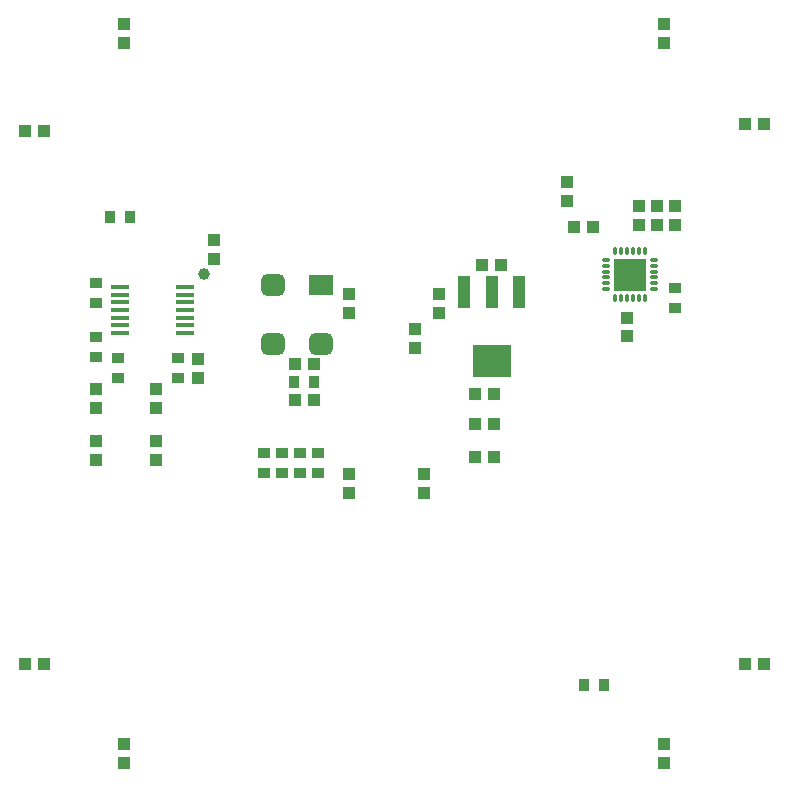
<source format=gbp>
G04*
G04 #@! TF.GenerationSoftware,Altium Limited,Altium Designer,20.0.11 (256)*
G04*
G04 Layer_Color=128*
%FSLAX25Y25*%
%MOIN*%
G70*
G01*
G75*
%ADD22R,0.03543X0.03937*%
%ADD25R,0.03937X0.03543*%
%ADD59C,0.03937*%
%ADD60R,0.03937X0.03937*%
%ADD64R,0.03937X0.03937*%
%ADD65R,0.12992X0.10630*%
%ADD66R,0.03937X0.10630*%
%ADD67R,0.07874X0.07087*%
G04:AMPARAMS|DCode=68|XSize=78.74mil|YSize=70.87mil|CornerRadius=17.72mil|HoleSize=0mil|Usage=FLASHONLY|Rotation=180.000|XOffset=0mil|YOffset=0mil|HoleType=Round|Shape=RoundedRectangle|*
%AMROUNDEDRECTD68*
21,1,0.07874,0.03543,0,0,180.0*
21,1,0.04331,0.07087,0,0,180.0*
1,1,0.03543,-0.02165,0.01772*
1,1,0.03543,0.02165,0.01772*
1,1,0.03543,0.02165,-0.01772*
1,1,0.03543,-0.02165,-0.01772*
%
%ADD68ROUNDEDRECTD68*%
%ADD69R,0.06496X0.01181*%
%ADD70R,0.11024X0.11024*%
%ADD71O,0.02953X0.01181*%
%ADD72O,0.01181X0.02953*%
D22*
X63153Y-97000D02*
D03*
X69846D02*
D03*
X-26654Y4000D02*
D03*
X-33346D02*
D03*
X-94846Y59000D02*
D03*
X-88153D02*
D03*
D25*
X93500Y35346D02*
D03*
Y28654D02*
D03*
X-99500Y18846D02*
D03*
Y12154D02*
D03*
X-92000Y5153D02*
D03*
Y11846D02*
D03*
X-72000Y5153D02*
D03*
Y11846D02*
D03*
X-43500Y-19654D02*
D03*
Y-26346D02*
D03*
X-37500Y-19654D02*
D03*
Y-26346D02*
D03*
X-31500Y-19654D02*
D03*
Y-26346D02*
D03*
X-25500Y-19654D02*
D03*
Y-26346D02*
D03*
X-99500Y30154D02*
D03*
Y36847D02*
D03*
D59*
X-63500Y40000D02*
D03*
D60*
X-90000Y-123150D02*
D03*
Y-116850D02*
D03*
X57500Y70650D02*
D03*
Y64350D02*
D03*
X-60000Y44850D02*
D03*
Y51150D02*
D03*
X15000Y33150D02*
D03*
Y26850D02*
D03*
X7000Y15350D02*
D03*
Y21650D02*
D03*
X-90000Y123150D02*
D03*
Y116850D02*
D03*
X90000Y123150D02*
D03*
Y116850D02*
D03*
Y-123150D02*
D03*
Y-116850D02*
D03*
X77559Y19126D02*
D03*
Y25425D02*
D03*
X93500Y62650D02*
D03*
Y56350D02*
D03*
X87500Y62650D02*
D03*
Y56350D02*
D03*
X81550Y62650D02*
D03*
Y56350D02*
D03*
X-79500Y-15850D02*
D03*
Y-22150D02*
D03*
X-99500Y-15850D02*
D03*
Y-22150D02*
D03*
Y-4650D02*
D03*
Y1650D02*
D03*
X-65500Y11650D02*
D03*
Y5350D02*
D03*
X-79500Y-4650D02*
D03*
Y1650D02*
D03*
X-15000Y-33150D02*
D03*
Y-26850D02*
D03*
X10000Y-33150D02*
D03*
Y-26850D02*
D03*
X-15000Y33150D02*
D03*
Y26850D02*
D03*
D64*
X29350Y43055D02*
D03*
X35650D02*
D03*
X123150Y90000D02*
D03*
X116850D02*
D03*
X123150Y-90000D02*
D03*
X116850D02*
D03*
X59850Y55500D02*
D03*
X66150D02*
D03*
X-123150Y87500D02*
D03*
X-116850D02*
D03*
X-123150Y-90000D02*
D03*
X-116850D02*
D03*
X33150Y-21000D02*
D03*
X26850D02*
D03*
X33150Y-10000D02*
D03*
X26850D02*
D03*
X33150Y0D02*
D03*
X26850D02*
D03*
X-33150Y-2000D02*
D03*
X-26850D02*
D03*
X-33150Y10000D02*
D03*
X-26850D02*
D03*
D65*
X32500Y10886D02*
D03*
D66*
X41555Y34114D02*
D03*
X32500D02*
D03*
X23445D02*
D03*
D67*
X-24500Y36185D02*
D03*
D68*
X-40248D02*
D03*
X-24500Y16500D02*
D03*
X-40248D02*
D03*
D69*
X-69575Y35677D02*
D03*
Y33118D02*
D03*
Y30559D02*
D03*
Y28000D02*
D03*
Y25441D02*
D03*
Y22882D02*
D03*
Y20323D02*
D03*
X-91425Y35677D02*
D03*
Y33118D02*
D03*
Y30559D02*
D03*
Y28000D02*
D03*
Y25441D02*
D03*
Y22882D02*
D03*
Y20323D02*
D03*
D70*
X78559Y39776D02*
D03*
D71*
X70587Y44697D02*
D03*
Y42728D02*
D03*
Y40760D02*
D03*
Y38791D02*
D03*
Y36823D02*
D03*
Y34854D02*
D03*
X86532D02*
D03*
Y36823D02*
D03*
Y38791D02*
D03*
Y40760D02*
D03*
Y42728D02*
D03*
Y44697D02*
D03*
D72*
X73638Y31803D02*
D03*
X75606D02*
D03*
X77575D02*
D03*
X79543D02*
D03*
X81512D02*
D03*
X83480D02*
D03*
Y47748D02*
D03*
X81512D02*
D03*
X79543D02*
D03*
X77575D02*
D03*
X75606D02*
D03*
X73638D02*
D03*
M02*

</source>
